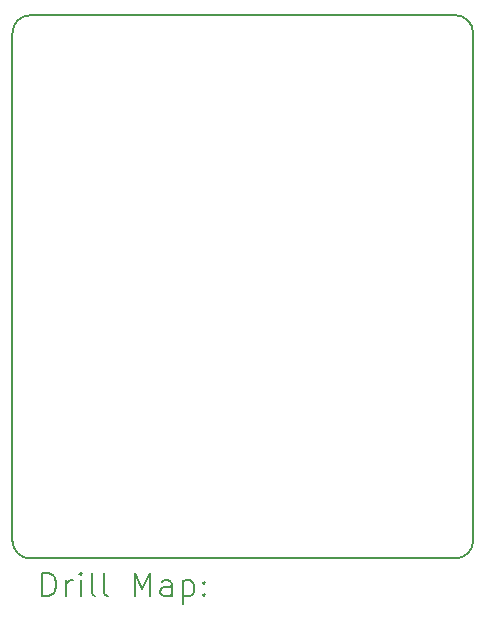
<source format=gbr>
%TF.GenerationSoftware,KiCad,Pcbnew,8.0.4*%
%TF.CreationDate,2025-03-17T12:40:50-07:00*%
%TF.ProjectId,displaypcb,64697370-6c61-4797-9063-622e6b696361,2*%
%TF.SameCoordinates,Original*%
%TF.FileFunction,Drillmap*%
%TF.FilePolarity,Positive*%
%FSLAX45Y45*%
G04 Gerber Fmt 4.5, Leading zero omitted, Abs format (unit mm)*
G04 Created by KiCad (PCBNEW 8.0.4) date 2025-03-17 12:40:50*
%MOMM*%
%LPD*%
G01*
G04 APERTURE LIST*
%ADD10C,0.150000*%
%ADD11C,0.200000*%
G04 APERTURE END LIST*
D10*
X11500000Y-12150000D02*
G75*
G02*
X11350000Y-12300000I-150000J0D01*
G01*
X7600000Y-7850000D02*
X7600000Y-12150000D01*
X7750000Y-12300000D02*
G75*
G02*
X7600000Y-12150000I0J150000D01*
G01*
X11350000Y-12300000D02*
X7750000Y-12300000D01*
X11500000Y-7850000D02*
X11500000Y-12150000D01*
X11350000Y-7700000D02*
G75*
G02*
X11500000Y-7850000I0J-150000D01*
G01*
X7750000Y-7700000D02*
X11350000Y-7700000D01*
X7600000Y-7850000D02*
G75*
G02*
X7750000Y-7700000I150000J0D01*
G01*
D11*
X7853277Y-12618984D02*
X7853277Y-12418984D01*
X7853277Y-12418984D02*
X7900896Y-12418984D01*
X7900896Y-12418984D02*
X7929467Y-12428508D01*
X7929467Y-12428508D02*
X7948515Y-12447555D01*
X7948515Y-12447555D02*
X7958039Y-12466603D01*
X7958039Y-12466603D02*
X7967562Y-12504698D01*
X7967562Y-12504698D02*
X7967562Y-12533269D01*
X7967562Y-12533269D02*
X7958039Y-12571365D01*
X7958039Y-12571365D02*
X7948515Y-12590412D01*
X7948515Y-12590412D02*
X7929467Y-12609460D01*
X7929467Y-12609460D02*
X7900896Y-12618984D01*
X7900896Y-12618984D02*
X7853277Y-12618984D01*
X8053277Y-12618984D02*
X8053277Y-12485650D01*
X8053277Y-12523746D02*
X8062801Y-12504698D01*
X8062801Y-12504698D02*
X8072324Y-12495174D01*
X8072324Y-12495174D02*
X8091372Y-12485650D01*
X8091372Y-12485650D02*
X8110420Y-12485650D01*
X8177086Y-12618984D02*
X8177086Y-12485650D01*
X8177086Y-12418984D02*
X8167562Y-12428508D01*
X8167562Y-12428508D02*
X8177086Y-12438031D01*
X8177086Y-12438031D02*
X8186610Y-12428508D01*
X8186610Y-12428508D02*
X8177086Y-12418984D01*
X8177086Y-12418984D02*
X8177086Y-12438031D01*
X8300896Y-12618984D02*
X8281848Y-12609460D01*
X8281848Y-12609460D02*
X8272324Y-12590412D01*
X8272324Y-12590412D02*
X8272324Y-12418984D01*
X8405658Y-12618984D02*
X8386610Y-12609460D01*
X8386610Y-12609460D02*
X8377086Y-12590412D01*
X8377086Y-12590412D02*
X8377086Y-12418984D01*
X8634229Y-12618984D02*
X8634229Y-12418984D01*
X8634229Y-12418984D02*
X8700896Y-12561841D01*
X8700896Y-12561841D02*
X8767563Y-12418984D01*
X8767563Y-12418984D02*
X8767563Y-12618984D01*
X8948515Y-12618984D02*
X8948515Y-12514222D01*
X8948515Y-12514222D02*
X8938991Y-12495174D01*
X8938991Y-12495174D02*
X8919944Y-12485650D01*
X8919944Y-12485650D02*
X8881848Y-12485650D01*
X8881848Y-12485650D02*
X8862801Y-12495174D01*
X8948515Y-12609460D02*
X8929467Y-12618984D01*
X8929467Y-12618984D02*
X8881848Y-12618984D01*
X8881848Y-12618984D02*
X8862801Y-12609460D01*
X8862801Y-12609460D02*
X8853277Y-12590412D01*
X8853277Y-12590412D02*
X8853277Y-12571365D01*
X8853277Y-12571365D02*
X8862801Y-12552317D01*
X8862801Y-12552317D02*
X8881848Y-12542793D01*
X8881848Y-12542793D02*
X8929467Y-12542793D01*
X8929467Y-12542793D02*
X8948515Y-12533269D01*
X9043753Y-12485650D02*
X9043753Y-12685650D01*
X9043753Y-12495174D02*
X9062801Y-12485650D01*
X9062801Y-12485650D02*
X9100896Y-12485650D01*
X9100896Y-12485650D02*
X9119944Y-12495174D01*
X9119944Y-12495174D02*
X9129467Y-12504698D01*
X9129467Y-12504698D02*
X9138991Y-12523746D01*
X9138991Y-12523746D02*
X9138991Y-12580888D01*
X9138991Y-12580888D02*
X9129467Y-12599936D01*
X9129467Y-12599936D02*
X9119944Y-12609460D01*
X9119944Y-12609460D02*
X9100896Y-12618984D01*
X9100896Y-12618984D02*
X9062801Y-12618984D01*
X9062801Y-12618984D02*
X9043753Y-12609460D01*
X9224705Y-12599936D02*
X9234229Y-12609460D01*
X9234229Y-12609460D02*
X9224705Y-12618984D01*
X9224705Y-12618984D02*
X9215182Y-12609460D01*
X9215182Y-12609460D02*
X9224705Y-12599936D01*
X9224705Y-12599936D02*
X9224705Y-12618984D01*
X9224705Y-12495174D02*
X9234229Y-12504698D01*
X9234229Y-12504698D02*
X9224705Y-12514222D01*
X9224705Y-12514222D02*
X9215182Y-12504698D01*
X9215182Y-12504698D02*
X9224705Y-12495174D01*
X9224705Y-12495174D02*
X9224705Y-12514222D01*
M02*

</source>
